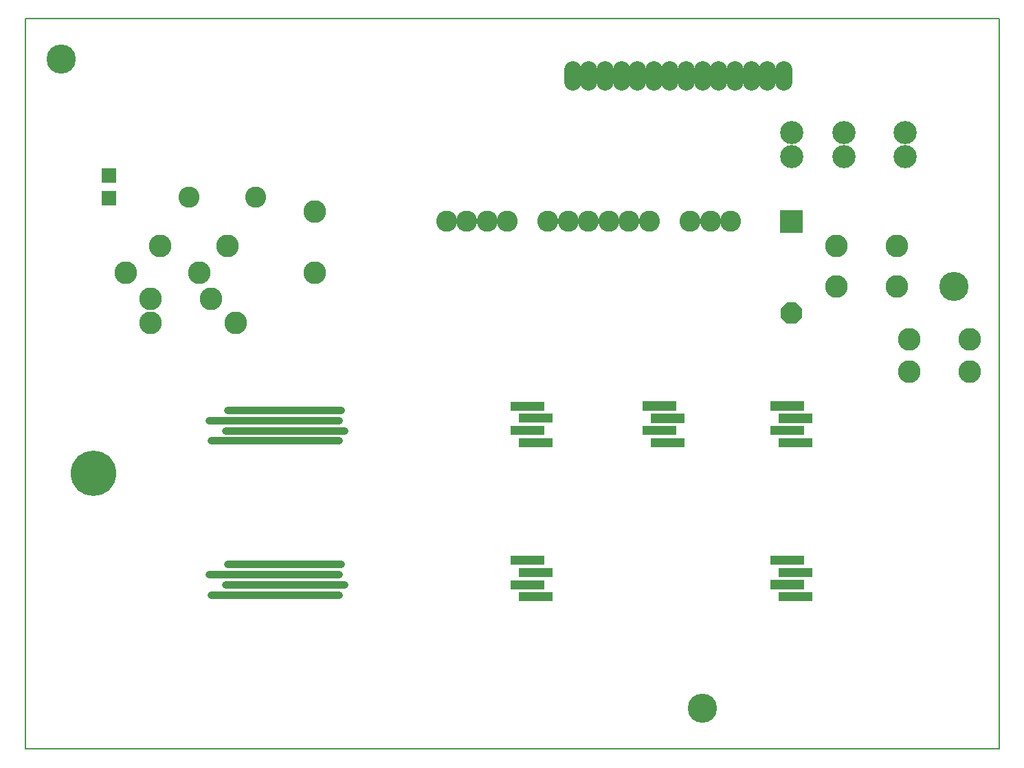
<source format=gbs>
%FSLAX32Y32*%
%MOMM*%
%LNLOETSTOP2*%
G71*
G01*
%ADD10C, 0.20*%
%ADD11C, 2.10*%
%ADD12C, 2.86*%
%ADD13C, 2.86*%
%ADD14C, 0.95*%
%ADD15C, 0.96*%
%ADD16C, 3.60*%
%ADD17C, 5.60*%
%ADD18C, 2.60*%
%ADD19C, 2.80*%
%LPD*%
G54D10*
X0Y0D02*
X12000Y0D01*
X12000Y9000D01*
X0Y9000D01*
X0Y0D01*
G54D10*
X0Y0D02*
X12000Y0D01*
X12000Y9000D01*
X0Y9000D01*
X0Y0D01*
G54D11*
X9340Y8375D02*
X9340Y8225D01*
G54D11*
X9140Y8375D02*
X9140Y8225D01*
G54D11*
X8940Y8375D02*
X8940Y8225D01*
G54D11*
X8740Y8375D02*
X8740Y8225D01*
G54D11*
X8540Y8375D02*
X8540Y8225D01*
G54D11*
X8340Y8375D02*
X8340Y8225D01*
G54D11*
X8140Y8375D02*
X8140Y8225D01*
G54D11*
X7940Y8375D02*
X7940Y8225D01*
G54D11*
X7740Y8375D02*
X7740Y8225D01*
G54D11*
X7540Y8375D02*
X7540Y8225D01*
G54D11*
X7340Y8375D02*
X7340Y8225D01*
G54D11*
X7140Y8375D02*
X7140Y8225D01*
G54D11*
X6940Y8375D02*
X6940Y8225D01*
G54D11*
X6740Y8375D02*
X6740Y8225D01*
X10840Y7600D02*
G54D12*
D03*
X10840Y7300D02*
G54D13*
D03*
X10090Y7600D02*
G54D13*
D03*
X10090Y7300D02*
G54D13*
D03*
X9440Y7600D02*
G54D13*
D03*
X9440Y7300D02*
G54D13*
D03*
G36*
X9598Y4282D02*
X9598Y4168D01*
X9182Y4168D01*
X9182Y4282D01*
X9598Y4282D01*
G37*
G36*
X9698Y4132D02*
X9698Y4018D01*
X9282Y4018D01*
X9282Y4132D01*
X9698Y4132D01*
G37*
G36*
X9598Y3982D02*
X9598Y3868D01*
X9182Y3868D01*
X9182Y3982D01*
X9598Y3982D01*
G37*
G36*
X9698Y3832D02*
X9698Y3718D01*
X9282Y3718D01*
X9282Y3832D01*
X9698Y3832D01*
G37*
G36*
X8023Y4282D02*
X8023Y4168D01*
X7607Y4168D01*
X7607Y4282D01*
X8023Y4282D01*
G37*
G36*
X8123Y4132D02*
X8123Y4018D01*
X7707Y4018D01*
X7707Y4132D01*
X8123Y4132D01*
G37*
G36*
X8023Y3982D02*
X8023Y3868D01*
X7607Y3868D01*
X7607Y3982D01*
X8023Y3982D01*
G37*
G36*
X8123Y3832D02*
X8123Y3718D01*
X7707Y3718D01*
X7707Y3832D01*
X8123Y3832D01*
G37*
G36*
X6398Y4280D02*
X6398Y4170D01*
X5982Y4170D01*
X5982Y4280D01*
X6398Y4280D01*
G37*
G36*
X6498Y4130D02*
X6498Y4020D01*
X6082Y4020D01*
X6082Y4130D01*
X6498Y4130D01*
G37*
G36*
X6398Y3980D02*
X6398Y3870D01*
X5982Y3870D01*
X5982Y3980D01*
X6398Y3980D01*
G37*
G36*
X6498Y3830D02*
X6498Y3720D01*
X6082Y3720D01*
X6082Y3830D01*
X6498Y3830D01*
G37*
G36*
X9598Y2382D02*
X9598Y2268D01*
X9182Y2268D01*
X9182Y2382D01*
X9598Y2382D01*
G37*
G36*
X9698Y2232D02*
X9698Y2118D01*
X9282Y2118D01*
X9282Y2232D01*
X9698Y2232D01*
G37*
G36*
X9598Y2082D02*
X9598Y1968D01*
X9182Y1968D01*
X9182Y2082D01*
X9598Y2082D01*
G37*
G36*
X9698Y1932D02*
X9698Y1818D01*
X9282Y1818D01*
X9282Y1932D01*
X9698Y1932D01*
G37*
G36*
X6398Y2380D02*
X6398Y2270D01*
X5982Y2270D01*
X5982Y2380D01*
X6398Y2380D01*
G37*
G36*
X6498Y2230D02*
X6498Y2120D01*
X6082Y2120D01*
X6082Y2230D01*
X6498Y2230D01*
G37*
G36*
X6398Y2080D02*
X6398Y1970D01*
X5982Y1970D01*
X5982Y2080D01*
X6398Y2080D01*
G37*
G36*
X6498Y1930D02*
X6498Y1820D01*
X6082Y1820D01*
X6082Y1930D01*
X6498Y1930D01*
G37*
G54D14*
X2490Y4175D02*
X3890Y4175D01*
G54D14*
X3865Y4050D02*
X2265Y4050D01*
G54D14*
X2465Y3925D02*
X3928Y3925D01*
G54D14*
X3865Y3800D02*
X2290Y3800D01*
G54D14*
X2490Y2275D02*
X3890Y2275D01*
G54D14*
X3865Y2150D02*
X2265Y2150D01*
G54D14*
X2465Y2025D02*
X3928Y2025D01*
G54D15*
X3865Y1900D02*
X2290Y1900D01*
X11440Y5700D02*
G54D16*
D03*
X8340Y500D02*
G54D16*
D03*
X840Y3400D02*
G54D17*
D03*
X440Y8500D02*
G54D16*
D03*
X8690Y6500D02*
G54D18*
D03*
X8440Y6500D02*
G54D18*
D03*
X8190Y6500D02*
G54D18*
D03*
X7690Y6500D02*
G54D18*
D03*
X7440Y6500D02*
G54D18*
D03*
X7190Y6500D02*
G54D18*
D03*
X6940Y6500D02*
G54D18*
D03*
X6690Y6500D02*
G54D18*
D03*
X6440Y6500D02*
G54D18*
D03*
X5940Y6500D02*
G54D18*
D03*
X5690Y6500D02*
G54D18*
D03*
X5440Y6500D02*
G54D18*
D03*
X5190Y6500D02*
G54D18*
D03*
X2015Y6800D02*
G54D18*
D03*
X2840Y6800D02*
G54D18*
D03*
X10890Y4650D02*
G54D19*
D03*
X11640Y4650D02*
G54D19*
D03*
X11640Y5050D02*
G54D19*
D03*
X10890Y5050D02*
G54D19*
D03*
X9990Y5700D02*
G54D19*
D03*
X10740Y5700D02*
G54D19*
D03*
X9990Y6200D02*
G54D19*
D03*
X10740Y6200D02*
G54D19*
D03*
X2491Y6197D02*
G54D19*
D03*
X1666Y6197D02*
G54D19*
D03*
X2291Y5547D02*
G54D19*
D03*
X1541Y5547D02*
G54D19*
D03*
X2591Y5247D02*
G54D19*
D03*
X1541Y5247D02*
G54D19*
D03*
X2141Y5872D02*
G54D19*
D03*
X1241Y5872D02*
G54D19*
D03*
X3567Y5871D02*
G54D19*
D03*
X3567Y6621D02*
G54D19*
D03*
G36*
X9580Y6360D02*
X9300Y6360D01*
X9300Y6640D01*
X9580Y6640D01*
X9580Y6360D01*
G37*
G36*
X940Y6695D02*
X940Y6875D01*
X1120Y6875D01*
X1120Y6695D01*
X940Y6695D01*
G37*
G36*
X940Y6975D02*
X940Y7155D01*
X1120Y7155D01*
X1120Y6975D01*
X940Y6975D01*
G37*
G36*
X9570Y5321D02*
X9494Y5245D01*
X9386Y5245D01*
X9310Y5321D01*
X9310Y5429D01*
X9386Y5505D01*
X9494Y5505D01*
X9570Y5429D01*
X9570Y5321D01*
G37*
M02*

</source>
